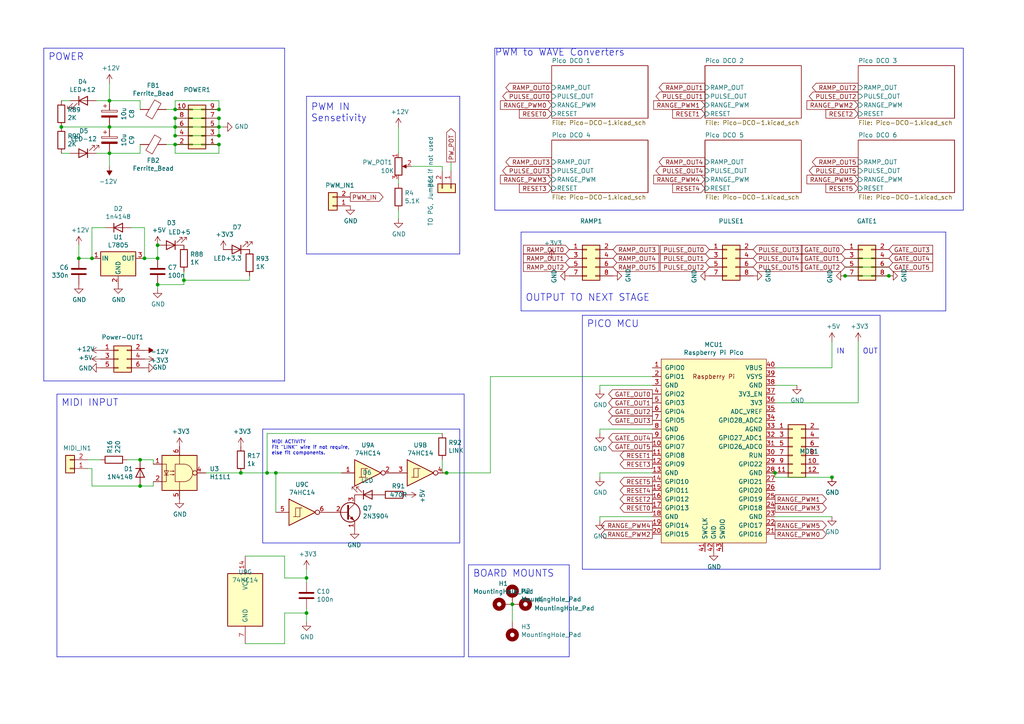
<source format=kicad_sch>
(kicad_sch (version 20230121) (generator eeschema)
  (paper "A4")
  (title_block (title "TwinTurbo Kosmo > Polykit Raspberry Pi Pico DCO") (date "2023-03-06") (rev "V0.1.1") (company "Tobin Stage ") (comment 1 "From the Original by Jan Knipper AKA PolyKit  https://github.com/polykit/pico-dco") (comment 2 "KOSMO-POLY6-PICO-DCO   https://github.com/twinturbo/KOSMO-POLY6-PICO-DCO"))
  (lib_symbols
    (symbol "74xx:74HC14" (pin_names (offset 1.016))
      (property "Reference" "U" (at 0 1.27 0))
      (property "Value" "74HC14" (at 0 -1.27 0))
      (symbol "74HC14_1_0"
        (pin input line (at -7.62 0 0) (length 3.81) (name "~") (number "1"))
        (pin output inverted (at 7.62 0 180) (length 3.81) (name "~") (number "2"))
      )
      (symbol "74HC14_2_0"
        (pin input line (at -7.62 0 0) (length 3.81) (name "~") (number "3"))
        (pin output inverted (at 7.62 0 180) (length 3.81) (name "~") (number "4"))
      )
      (symbol "74HC14_3_0"
        (pin input line (at -7.62 0 0) (length 3.81) (name "~") (number "5"))
        (pin output inverted (at 7.62 0 180) (length 3.81) (name "~") (number "6"))
      )
      (symbol "74HC14_4_0"
        (pin output inverted (at 7.62 0 180) (length 3.81) (name "~") (number "8"))
        (pin input line (at -7.62 0 0) (length 3.81) (name "~") (number "9"))
      )
      (symbol "74HC14_5_0"
        (pin output inverted (at 7.62 0 180) (length 3.81) (name "~") (number "10"))
        (pin input line (at -7.62 0 0) (length 3.81) (name "~") (number "11"))
      )
      (symbol "74HC14_6_0"
        (pin output inverted (at 7.62 0 180) (length 3.81) (name "~") (number "12"))
        (pin input line (at -7.62 0 0) (length 3.81) (name "~") (number "13"))
      )
      (symbol "74HC14_7_0"
        (pin power_in line (at 0 12.7 270) (length 5.08) (name "VCC") (number "14"))
        (pin power_in line (at 0 -12.7 90) (length 5.08) (name "GND") (number "7"))
      )
    )
    (symbol "Connector_Generic:Conn_01x02" (pin_names (offset 1.016) hide)
      (property "Reference" "J" (at 0 2.54 0))
      (property "Value" "Conn_01x02" (at 0 -5.08 0))
      (symbol "Conn_01x02_1_1"
        (pin passive line (at -5.08 0 0) (length 3.81) (name "Pin_1") (number "1"))
        (pin passive line (at -5.08 -2.54 0) (length 3.81) (name "Pin_2") (number "2"))
      )
    )
    (symbol "Connector_Generic:Conn_02x03_Odd_Even" (pin_names (offset 1.016) hide)
      (property "Reference" "J" (at 1.27 5.08 0))
      (property "Value" "Conn_02x03_Odd_Even" (at 1.27 -5.08 0))
      (symbol "Conn_02x03_Odd_Even_1_1"
        (pin passive line (at -5.08 2.54 0) (length 3.81) (name "Pin_1") (number "1"))
        (pin passive line (at 7.62 2.54 180) (length 3.81) (name "Pin_2") (number "2"))
        (pin passive line (at -5.08 0 0) (length 3.81) (name "Pin_3") (number "3"))
        (pin passive line (at 7.62 0 180) (length 3.81) (name "Pin_4") (number "4"))
        (pin passive line (at -5.08 -2.54 0) (length 3.81) (name "Pin_5") (number "5"))
        (pin passive line (at 7.62 -2.54 180) (length 3.81) (name "Pin_6") (number "6"))
      )
    )
    (symbol "Connector_Generic:Conn_02x04_Odd_Even" (pin_names (offset 1.016) hide)
      (property "Reference" "J" (at 1.27 5.08 0))
      (property "Value" "Conn_02x04_Odd_Even" (at 1.27 -7.62 0))
      (symbol "Conn_02x04_Odd_Even_1_1"
        (pin passive line (at -5.08 2.54 0) (length 3.81) (name "Pin_1") (number "1"))
        (pin passive line (at 7.62 2.54 180) (length 3.81) (name "Pin_2") (number "2"))
        (pin passive line (at -5.08 0 0) (length 3.81) (name "Pin_3") (number "3"))
        (pin passive line (at 7.62 0 180) (length 3.81) (name "Pin_4") (number "4"))
        (pin passive line (at -5.08 -2.54 0) (length 3.81) (name "Pin_5") (number "5"))
        (pin passive line (at 7.62 -2.54 180) (length 3.81) (name "Pin_6") (number "6"))
        (pin passive line (at -5.08 -5.08 0) (length 3.81) (name "Pin_7") (number "7"))
        (pin passive line (at 7.62 -5.08 180) (length 3.81) (name "Pin_8") (number "8"))
      )
    )
    (symbol "Connector_Generic:Conn_02x05_Odd_Even" (pin_names (offset 1.016) hide)
      (property "Reference" "J" (at 1.27 7.62 0))
      (property "Value" "Conn_02x05_Odd_Even" (at 1.27 -7.62 0))
      (symbol "Conn_02x05_Odd_Even_1_1"
        (pin passive line (at -5.08 5.08 0) (length 3.81) (name "Pin_1") (number "1"))
        (pin passive line (at 7.62 -5.08 180) (length 3.81) (name "Pin_10") (number "10"))
        (pin passive line (at 7.62 5.08 180) (length 3.81) (name "Pin_2") (number "2"))
        (pin passive line (at -5.08 2.54 0) (length 3.81) (name "Pin_3") (number "3"))
        (pin passive line (at 7.62 2.54 180) (length 3.81) (name "Pin_4") (number "4"))
        (pin passive line (at -5.08 0 0) (length 3.81) (name "Pin_5") (number "5"))
        (pin passive line (at 7.62 0 180) (length 3.81) (name "Pin_6") (number "6"))
        (pin passive line (at -5.08 -2.54 0) (length 3.81) (name "Pin_7") (number "7"))
        (pin passive line (at 7.62 -2.54 180) (length 3.81) (name "Pin_8") (number "8"))
        (pin passive line (at -5.08 -5.08 0) (length 3.81) (name "Pin_9") (number "9"))
      )
    )
    (symbol "Connector_Generic:Conn_02x06_Odd_Even" (pin_names (offset 1.016) hide)
      (property "Reference" "J" (at 1.27 7.62 0))
      (property "Value" "Conn_02x06_Odd_Even" (at 1.27 -10.16 0))
      (symbol "Conn_02x06_Odd_Even_1_1"
        (pin passive line (at -5.08 5.08 0) (length 3.81) (name "Pin_1") (number "1"))
        (pin passive line (at 7.62 -5.08 180) (length 3.81) (name "Pin_10") (number "10"))
        (pin passive line (at -5.08 -7.62 0) (length 3.81) (name "Pin_11") (number "11"))
        (pin passive line (at 7.62 -7.62 180) (length 3.81) (name "Pin_12") (number "12"))
        (pin passive line (at 7.62 5.08 180) (length 3.81) (name "Pin_2") (number "2"))
        (pin passive line (at -5.08 2.54 0) (length 3.81) (name "Pin_3") (number "3"))
        (pin passive line (at 7.62 2.54 180) (length 3.81) (name "Pin_4") (number "4"))
        (pin passive line (at -5.08 0 0) (length 3.81) (name "Pin_5") (number "5"))
        (pin passive line (at 7.62 0 180) (length 3.81) (name "Pin_6") (number "6"))
        (pin passive line (at -5.08 -2.54 0) (length 3.81) (name "Pin_7") (number "7"))
        (pin passive line (at 7.62 -2.54 180) (length 3.81) (name "Pin_8") (number "8"))
        (pin passive line (at -5.08 -5.08 0) (length 3.81) (name "Pin_9") (number "9"))
      )
    )
    (symbol "Device:C" (pin_numbers hide) (pin_names (offset 0.254))
      (property "Reference" "C" (at 0.635 2.54 0))
      (property "Value" "C" (at 0.635 -2.54 0))
      (symbol "C_1_1"
        (pin passive line (at 0 3.81 270) (length 2.794) (name "~") (number "1"))
        (pin passive line (at 0 -3.81 90) (length 2.794) (name "~") (number "2"))
      )
    )
    (symbol "Device:D" (pin_numbers hide) (pin_names (offset 1.016) hide)
      (property "Reference" "D" (at 0 2.54 0))
      (property "Value" "D" (at 0 -2.54 0))
      (symbol "D_1_1"
        (pin passive line (at -3.81 0 0) (length 2.54) (name "K") (number "1"))
        (pin passive line (at 3.81 0 180) (length 2.54) (name "A") (number "2"))
      )
    )
    (symbol "Device:LED" (pin_numbers hide) (pin_names (offset 1.016) hide)
      (property "Reference" "D" (at 0 2.54 0))
      (property "Value" "LED" (at 0 -2.54 0))
      (symbol "LED_1_1"
        (pin passive line (at -3.81 0 0) (length 2.54) (name "K") (number "1"))
        (pin passive line (at 3.81 0 180) (length 2.54) (name "A") (number "2"))
      )
    )
    (symbol "Device:R" (pin_numbers hide) (pin_names (offset 0))
      (property "Reference" "R" (at 2.032 0 90))
      (property "Value" "R" (at 0 0 90))
      (symbol "R_1_1"
        (pin passive line (at 0 3.81 270) (length 1.27) (name "~") (number "1"))
        (pin passive line (at 0 -3.81 90) (length 1.27) (name "~") (number "2"))
      )
    )
    (symbol "Device:R_Potentiometer" (pin_names (offset 1.016) hide)
      (property "Reference" "RV" (at -4.445 0 90))
      (property "Value" "R_Potentiometer" (at -2.54 0 90))
      (symbol "R_Potentiometer_1_1"
        (pin passive line (at 0 3.81 270) (length 1.27) (name "1") (number "1"))
        (pin passive line (at 3.81 0 180) (length 1.27) (name "2") (number "2"))
        (pin passive line (at 0 -3.81 90) (length 1.27) (name "3") (number "3"))
      )
    )
    (symbol "Diode:1N4148" (pin_numbers hide) (pin_names hide)
      (property "Reference" "D" (at 0 2.54 0))
      (property "Value" "1N4148" (at 0 -2.54 0))
      (symbol "1N4148_1_1"
        (pin passive line (at -3.81 0 0) (length 2.54) (name "K") (number "1"))
        (pin passive line (at 3.81 0 180) (length 2.54) (name "A") (number "2"))
      )
    )
    (symbol "Isolator:H11L1" (pin_names (offset 1.016))
      (property "Reference" "U" (at 1.27 8.89 0))
      (property "Value" "H11L1" (at 1.27 6.35 0))
      (symbol "H11L1_1_1"
        (pin passive line (at -7.62 2.54 0) (length 2.54) (name "~") (number "1"))
        (pin passive line (at -7.62 -2.54 0) (length 2.54) (name "~") (number "2"))
        (pin no_connect line (at -5.08 0 0) (length 2.54) hide (name "~") (number "3"))
        (pin output inverted (at 7.62 0 180) (length 3.81) (name "~") (number "4"))
        (pin power_in line (at 0 -7.62 90) (length 2.54) (name "~") (number "5"))
        (pin power_in line (at 0 7.62 270) (length 2.54) (name "~") (number "6"))
      )
    )
    (symbol "KOSMO-POLY6-PICO-DCO-MB-rescue:+3.3V-power" (power) (pin_names (offset 0))
      (property "Value" "+3.3V-power" (at 0 3.556 0))
      (symbol "+3.3V-power_1_1"
        (pin power_in line (at 0 0 90) (length 0) hide (name "+3V3") (number "1"))
      )
    )
    (symbol "KOSMO-POLY6-PICO-DCO-MB-rescue:CP-Device" (pin_numbers hide) (pin_names (offset 0.254))
      (property "Reference" "C" (at 0.635 2.54 0))
      (property "Value" "Device_CP" (at 0.635 -2.54 0))
      (symbol "CP-Device_1_1"
        (pin passive line (at 0 3.81 270) (length 2.794) (name "~") (number "1"))
        (pin passive line (at 0 -3.81 90) (length 2.794) (name "~") (number "2"))
      )
    )
    (symbol "KOSMO-POLY6-PICO-DCO-MB-rescue:Ferrite_Bead-Device" (pin_numbers hide) (pin_names (offset 0))
      (property "Reference" "FB" (at -3.81 0.635 90))
      (property "Value" "Device_Ferrite_Bead" (at 3.81 0 90))
      (symbol "Ferrite_Bead-Device_1_1"
        (pin passive line (at 0 3.81 270) (length 2.54) (name "~") (number "1"))
        (pin passive line (at 0 -3.81 90) (length 2.54) (name "~") (number "2"))
      )
    )
    (symbol "Mechanical:MountingHole_Pad" (pin_numbers hide) (pin_names (offset 1.016) hide)
      (property "Reference" "H" (at 0 6.35 0))
      (property "Value" "MountingHole_Pad" (at 0 4.445 0))
      (symbol "MountingHole_Pad_1_1"
        (pin input line (at 0 -2.54 90) (length 2.54) (name "1") (number "1"))
      )
    )
    (symbol "RPi_Pico:pico-dco-rescue_Pico-RPi_Pico" (pin_names (offset 1.016))
      (property "Reference" "U" (at -13.97 27.94 0))
      (property "Value" "pico-dco-rescue_Pico-RPi_Pico" (at 0 19.05 0))
      (symbol "pico-dco-rescue_Pico-RPi_Pico_0_0"
        (text "Raspberry Pi" (at 0 21.59 0) (effects (font (size 1.27 1.27))))
      )
      (symbol "pico-dco-rescue_Pico-RPi_Pico_1_1"
        (pin bidirectional line (at -17.78 24.13 0) (length 2.54) (name "GPIO0") (number "1"))
        (pin bidirectional line (at -17.78 1.27 0) (length 2.54) (name "GPIO7") (number "10"))
        (pin bidirectional line (at -17.78 -1.27 0) (length 2.54) (name "GPIO8") (number "11"))
        (pin bidirectional line (at -17.78 -3.81 0) (length 2.54) (name "GPIO9") (number "12"))
        (pin power_in line (at -17.78 -6.35 0) (length 2.54) (name "GND") (number "13"))
        (pin bidirectional line (at -17.78 -8.89 0) (length 2.54) (name "GPIO10") (number "14"))
        (pin bidirectional line (at -17.78 -11.43 0) (length 2.54) (name "GPIO11") (number "15"))
        (pin bidirectional line (at -17.78 -13.97 0) (length 2.54) (name "GPIO12") (number "16"))
        (pin bidirectional line (at -17.78 -16.51 0) (length 2.54) (name "GPIO13") (number "17"))
        (pin power_in line (at -17.78 -19.05 0) (length 2.54) (name "GND") (number "18"))
        (pin bidirectional line (at -17.78 -21.59 0) (length 2.54) (name "GPIO14") (number "19"))
        (pin bidirectional line (at -17.78 21.59 0) (length 2.54) (name "GPIO1") (number "2"))
        (pin bidirectional line (at -17.78 -24.13 0) (length 2.54) (name "GPIO15") (number "20"))
        (pin bidirectional line (at 17.78 -24.13 180) (length 2.54) (name "GPIO16") (number "21"))
        (pin bidirectional line (at 17.78 -21.59 180) (length 2.54) (name "GPIO17") (number "22"))
        (pin power_in line (at 17.78 -19.05 180) (length 2.54) (name "GND") (number "23"))
        (pin bidirectional line (at 17.78 -16.51 180) (length 2.54) (name "GPIO18") (number "24"))
        (pin bidirectional line (at 17.78 -13.97 180) (length 2.54) (name "GPIO19") (number "25"))
        (pin bidirectional line (at 17.78 -11.43 180) (length 2.54) (name "GPIO20") (number "26"))
        (pin bidirectional line (at 17.78 -8.89 180) (length 2.54) (name "GPIO21") (number "27"))
        (pin power_in line (at 17.78 -6.35 180) (length 2.54) (name "GND") (number "28"))
        (pin bidirectional line (at 17.78 -3.81 180) (length 2.54) (name "GPIO22") (number "29"))
        (pin power_in line (at -17.78 19.05 0) (length 2.54) (name "GND") (number "3"))
        (pin input line (at 17.78 -1.27 180) (length 2.54) (name "RUN") (number "30"))
        (pin bidirectional line (at 17.78 1.27 180) (length 2.54) (name "GPIO26_ADC0") (number "31"))
        (pin bidirectional line (at 17.78 3.81 180) (length 2.54) (name "GPIO27_ADC1") (number "32"))
        (pin power_in line (at 17.78 6.35 180) (length 2.54) (name "AGND") (number "33"))
        (pin bidirectional line (at 17.78 8.89 180) (length 2.54) (name "GPIO28_ADC2") (number "34"))
        (pin unspecified line (at 17.78 11.43 180) (length 2.54) (name "ADC_VREF") (number "35"))
        (pin unspecified line (at 17.78 13.97 180) (length 2.54) (name "3V3") (number "36"))
        (pin input line (at 17.78 16.51 180) (length 2.54) (name "3V3_EN") (number "37"))
        (pin bidirectional line (at 17.78 19.05 180) (length 2.54) (name "GND") (number "38"))
        (pin unspecified line (at 17.78 21.59 180) (length 2.54) (name "VSYS") (number "39"))
        (pin bidirectional line (at -17.78 16.51 0) (length 2.54) (name "GPIO2") (number "4"))
        (pin unspecified line (at 17.78 24.13 180) (length 2.54) (name "VBUS") (number "40"))
        (pin input line (at -2.54 -29.21 90) (length 2.54) (name "SWCLK") (number "41"))
        (pin power_in line (at 0 -29.21 90) (length 2.54) (name "GND") (number "42"))
        (pin bidirectional line (at 2.54 -29.21 90) (length 2.54) (name "SWDIO") (number "43"))
        (pin bidirectional line (at -17.78 13.97 0) (length 2.54) (name "GPIO3") (number "5"))
        (pin bidirectional line (at -17.78 11.43 0) (length 2.54) (name "GPIO4") (number "6"))
        (pin bidirectional line (at -17.78 8.89 0) (length 2.54) (name "GPIO5") (number "7"))
        (pin power_in line (at -17.78 6.35 0) (length 2.54) (name "GND") (number "8"))
        (pin bidirectional line (at -17.78 3.81 0) (length 2.54) (name "GPIO6") (number "9"))
      )
    )
    (symbol "Regulator_Linear:L7805" (pin_names (offset 0.254))
      (property "Reference" "U" (at -3.81 3.175 0))
      (property "Value" "L7805" (at 0 3.175 0))
      (symbol "L7805_1_1"
        (pin power_in line (at -7.62 0 0) (length 2.54) (name "IN") (number "1"))
        (pin power_in line (at 0 -7.62 90) (length 2.54) (name "GND") (number "2"))
        (pin power_out line (at 7.62 0 180) (length 2.54) (name "OUT") (number "3"))
      )
    )
    (symbol "Transistor_BJT:2N3904" (pin_names (offset 0) hide)
      (property "Reference" "Q" (at 5.08 1.905 0))
      (property "Value" "2N3904" (at 5.08 0 0))
      (symbol "2N3904_1_1"
        (pin passive line (at 2.54 -5.08 90) (length 2.54) (name "E") (number "1"))
        (pin passive line (at -5.08 0 0) (length 5.715) (name "B") (number "2"))
        (pin passive line (at 2.54 5.08 270) (length 2.54) (name "C") (number "3"))
      )
    )
    (symbol "power:+12V" (power) (pin_names (offset 0))
      (property "Value" "+12V" (at 0 3.556 0))
      (symbol "+12V_1_1"
        (pin power_in line (at 0 0 90) (length 0) hide (name "+12V") (number "1"))
      )
    )
    (symbol "power:+5V" (power) (pin_names (offset 0))
      (property "Value" "+5V" (at 0 3.556 0))
      (symbol "+5V_1_1"
        (pin power_in line (at 0 0 90) (length 0) hide (name "+5V") (number "1"))
      )
    )
    (symbol "power:-12V" (power) (pin_names (offset 0))
      (property "Value" "-12V" (at 0 3.81 0))
      (symbol "-12V_0_0"
        (pin power_in line (at 0 0 90) (length 0) hide (name "-12V") (number "1"))
      )
    )
    (symbol "power:GND" (power) (pin_names (offset 0))
      (property "Value" "GND" (at 0 -3.81 0))
      (symbol "GND_1_1"
        (pin power_in line (at 0 0 270) (length 0) hide (name "GND") (number "1"))
      )
    )
  )
  (junction (at 63.5 34.29))
  (junction (at 257.81 80.01))
  (junction (at 26.67 74.93))
  (junction (at 69.85 137.16))
  (junction (at 40.64 133.35))
  (junction (at 224.79 137.16))
  (junction (at 50.8 34.29))
  (junction (at 80.01 137.16))
  (junction (at 88.9 167.64))
  (junction (at 31.75 29.21))
  (junction (at 50.8 31.75))
  (junction (at 22.86 74.93))
  (junction (at 63.5 39.37))
  (junction (at 245.11 80.01))
  (junction (at 41.91 74.93))
  (junction (at 17.78 36.83))
  (junction (at 63.5 31.75))
  (junction (at 31.75 44.45))
  (junction (at 45.72 74.93))
  (junction (at 53.34 81.28))
  (junction (at 45.72 82.55))
  (junction (at 148.59 175.26))
  (junction (at 63.5 41.91))
  (junction (at 50.8 36.83))
  (junction (at 40.64 140.97))
  (junction (at 50.8 39.37))
  (junction (at 50.8 41.91))
  (junction (at 129.54 137.16))
  (junction (at 45.72 71.12))
  (junction (at 77.47 137.16))
  (junction (at 241.3 138.43))
  (junction (at 63.5 36.83))
  (junction (at 88.9 177.8))
  (junction (at 31.75 36.83))
  (wire (pts (xy 224.79 137.16) (xy 223.52 137.16)))
  (wire (pts (xy 44.45 139.7) (xy 44.45 140.97)))
  (wire (pts (xy 63.5 41.91) (xy 50.8 41.91)))
  (polyline (pts (xy 134.62 190.5) (xy 134.62 114.3)))
  (polyline (pts (xy 133.35 27.94) (xy 88.9 27.94)))
  (wire (pts (xy 44.45 133.35) (xy 40.64 133.35)))
  (wire (pts (xy 88.9 165.1) (xy 88.9 167.64)))
  (wire (pts (xy 50.8 36.83) (xy 31.75 36.83)))
  (wire (pts (xy 248.92 116.84) (xy 224.79 116.84)))
  (wire (pts (xy 72.39 81.28) (xy 72.39 80.01)))
  (polyline (pts (xy 16.51 190.5) (xy 134.62 190.5)))
  (wire (pts (xy 119.38 48.26) (xy 128.27 48.26)))
  (wire (pts (xy 173.99 124.46) (xy 173.99 125.73)))
  (polyline (pts (xy 151.13 67.31) (xy 274.32 67.31)))
  (polyline (pts (xy 133.35 124.46) (xy 133.35 157.48)))
  (polyline (pts (xy 151.13 90.17) (xy 151.13 67.31)))
  (wire (pts (xy 224.79 138.43) (xy 241.3 138.43)))
  (wire (pts (xy 241.3 99.06) (xy 241.3 106.68)))
  (polyline (pts (xy 168.91 91.44) (xy 168.91 165.1)))
  (polyline (pts (xy 12.7 110.49) (xy 82.55 110.49)))
  (polyline (pts (xy 82.55 110.49) (xy 82.55 13.97)))
  (wire (pts (xy 88.9 177.8) (xy 82.55 177.8)))
  (wire (pts (xy 128.27 137.16) (xy 129.54 137.16)))
  (wire (pts (xy 82.55 161.29) (xy 82.55 167.64)))
  (wire (pts (xy 40.64 44.45) (xy 40.64 41.91)))
  (wire (pts (xy 45.72 82.55) (xy 53.34 82.55)))
  (wire (pts (xy 82.55 186.69) (xy 71.12 186.69)))
  (wire (pts (xy 173.99 111.76) (xy 173.99 113.03)))
  (wire (pts (xy 31.75 24.13) (xy 31.75 29.21)))
  (wire (pts (xy 50.8 29.21) (xy 63.5 29.21)))
  (wire (pts (xy 63.5 44.45) (xy 63.5 41.91)))
  (polyline (pts (xy 274.32 90.17) (xy 151.13 90.17)))
  (wire (pts (xy 31.75 44.45) (xy 40.64 44.45)))
  (wire (pts (xy 257.81 80.01) (xy 245.11 80.01)))
  (wire (pts (xy 189.23 149.86) (xy 173.99 149.86)))
  (wire (pts (xy 173.99 137.16) (xy 173.99 138.43)))
  (wire (pts (xy 40.64 29.21) (xy 40.64 31.75)))
  (polyline (pts (xy 134.62 114.3) (xy 16.51 114.3)))
  (wire (pts (xy 50.8 31.75) (xy 48.26 31.75)))
  (wire (pts (xy 27.94 29.21) (xy 31.75 29.21)))
  (wire (pts (xy 31.75 29.21) (xy 40.64 29.21)))
  (wire (pts (xy 26.67 140.97) (xy 40.64 140.97)))
  (wire (pts (xy 224.79 111.76) (xy 231.14 111.76)))
  (polyline (pts (xy 88.9 27.94) (xy 88.9 73.66)))
  (polyline (pts (xy 165.1 163.83) (xy 135.89 163.83)))
  (wire (pts (xy 88.9 176.53) (xy 88.9 177.8)))
  (wire (pts (xy 41.91 66.04) (xy 41.91 74.93)))
  (polyline (pts (xy 274.32 67.31) (xy 274.32 90.17)))
  (wire (pts (xy 22.86 71.12) (xy 22.86 74.93)))
  (wire (pts (xy 50.8 34.29) (xy 63.5 34.29)))
  (wire (pts (xy 17.78 44.45) (xy 20.32 44.45)))
  (wire (pts (xy 63.5 29.21) (xy 63.5 31.75)))
  (wire (pts (xy 248.92 99.06) (xy 248.92 116.84)))
  (wire (pts (xy 88.9 167.64) (xy 88.9 168.91)))
  (wire (pts (xy 189.23 124.46) (xy 173.99 124.46)))
  (polyline (pts (xy 143.51 60.96) (xy 279.4 60.96)))
  (wire (pts (xy 130.81 46.99) (xy 130.81 49.53)))
  (wire (pts (xy 77.47 137.16) (xy 77.47 125.73)))
  (wire (pts (xy 80.01 137.16) (xy 80.01 148.59)))
  (polyline (pts (xy 12.7 13.97) (xy 12.7 110.49)))
  (wire (pts (xy 82.55 167.64) (xy 88.9 167.64)))
  (wire (pts (xy 44.45 140.97) (xy 40.64 140.97)))
  (wire (pts (xy 173.99 149.86) (xy 173.99 151.13)))
  (polyline (pts (xy 76.2 157.48) (xy 76.2 124.46)))
  (wire (pts (xy 59.69 137.16) (xy 69.85 137.16)))
  (polyline (pts (xy 143.51 13.97) (xy 143.51 60.96)))
  (wire (pts (xy 53.34 81.28) (xy 72.39 81.28)))
  (wire (pts (xy 40.64 133.35) (xy 36.83 133.35)))
  (wire (pts (xy 115.57 60.96) (xy 115.57 63.5)))
  (wire (pts (xy 50.8 34.29) (xy 50.8 36.83)))
  (wire (pts (xy 128.27 48.26) (xy 128.27 49.53)))
  (polyline (pts (xy 133.35 73.66) (xy 133.35 27.94)))
  (wire (pts (xy 77.47 125.73) (xy 128.27 125.73)))
  (wire (pts (xy 26.67 135.89) (xy 26.67 140.97)))
  (polyline (pts (xy 135.89 190.5) (xy 165.1 190.5)))
  (wire (pts (xy 50.8 31.75) (xy 50.8 29.21)))
  (wire (pts (xy 63.5 36.83) (xy 63.5 39.37)))
  (wire (pts (xy 80.01 137.16) (xy 99.06 137.16)))
  (wire (pts (xy 63.5 36.83) (xy 64.77 36.83)))
  (wire (pts (xy 53.34 82.55) (xy 53.34 81.28)))
  (polyline (pts (xy 133.35 157.48) (xy 76.2 157.48)))
  (polyline (pts (xy 16.51 114.3) (xy 16.51 190.5)))
  (polyline (pts (xy 168.91 165.1) (xy 255.27 165.1)))
  (wire (pts (xy 45.72 71.12) (xy 45.72 74.93)))
  (wire (pts (xy 148.59 175.26) (xy 148.59 180.34)))
  (wire (pts (xy 71.12 161.29) (xy 82.55 161.29)))
  (wire (pts (xy 69.85 137.16) (xy 77.47 137.16)))
  (wire (pts (xy 224.79 106.68) (xy 241.3 106.68)))
  (wire (pts (xy 45.72 82.55) (xy 45.72 83.82)))
  (wire (pts (xy 189.23 111.76) (xy 173.99 111.76)))
  (wire (pts (xy 44.45 134.62) (xy 44.45 133.35)))
  (wire (pts (xy 115.57 53.34) (xy 115.57 52.07)))
  (wire (pts (xy 53.34 81.28) (xy 53.34 78.74)))
  (polyline (pts (xy 82.55 13.97) (xy 12.7 13.97)))
  (wire (pts (xy 63.5 34.29) (xy 63.5 36.83)))
  (wire (pts (xy 142.24 109.22) (xy 142.24 137.16)))
  (wire (pts (xy 142.24 137.16) (xy 129.54 137.16)))
  (wire (pts (xy 27.94 44.45) (xy 31.75 44.45)))
  (polyline (pts (xy 255.27 165.1) (xy 255.27 91.44)))
  (wire (pts (xy 20.32 29.21) (xy 17.78 29.21)))
  (wire (pts (xy 88.9 177.8) (xy 88.9 180.34)))
  (wire (pts (xy 82.55 177.8) (xy 82.55 186.69)))
  (wire (pts (xy 189.23 137.16) (xy 173.99 137.16)))
  (wire (pts (xy 50.8 31.75) (xy 63.5 31.75)))
  (wire (pts (xy 38.1 66.04) (xy 41.91 66.04)))
  (wire (pts (xy 224.79 149.86) (xy 241.3 149.86)))
  (wire (pts (xy 115.57 36.83) (xy 115.57 44.45)))
  (wire (pts (xy 45.72 74.93) (xy 41.91 74.93)))
  (polyline (pts (xy 143.51 13.97) (xy 279.4 13.97)))
  (polyline (pts (xy 168.91 91.44) (xy 255.27 91.44)))
  (wire (pts (xy 128.27 133.35) (xy 128.27 137.16)))
  (wire (pts (xy 31.75 48.26) (xy 31.75 44.45)))
  (wire (pts (xy 17.78 36.83) (xy 31.75 36.83)))
  (wire (pts (xy 245.11 77.47) (xy 257.81 77.47)))
  (wire (pts (xy 50.8 41.91) (xy 50.8 44.45)))
  (wire (pts (xy 257.81 74.93) (xy 245.11 74.93)))
  (wire (pts (xy 25.4 133.35) (xy 29.21 133.35)))
  (wire (pts (xy 50.8 36.83) (xy 63.5 36.83)))
  (wire (pts (xy 25.4 135.89) (xy 26.67 135.89)))
  (wire (pts (xy 50.8 39.37) (xy 63.5 39.37)))
  (polyline (pts (xy 165.1 190.5) (xy 165.1 163.83)))
  (wire (pts (xy 26.67 66.04) (xy 26.67 74.93)))
  (polyline (pts (xy 135.89 163.83) (xy 135.89 190.5)))
  (polyline (pts (xy 279.4 13.97) (xy 279.4 60.96)))
  (wire (pts (xy 189.23 109.22) (xy 142.24 109.22)))
  (wire (pts (xy 224.79 137.16) (xy 224.79 138.43)))
  (wire (pts (xy 50.8 36.83) (xy 50.8 39.37)))
  (polyline (pts (xy 76.2 124.46) (xy 133.35 124.46)))
  (wire (pts (xy 77.47 137.16) (xy 80.01 137.16)))
  (wire (pts (xy 30.48 66.04) (xy 26.67 66.04)))
  (wire (pts (xy 50.8 44.45) (xy 63.5 44.45)))
  (polyline (pts (xy 88.9 73.66) (xy 133.35 73.66)))
  (wire (pts (xy 26.67 74.93) (xy 22.86 74.93)))
  (wire (pts (xy 50.8 41.91) (xy 48.26 41.91)))
  (text "POWER" (at 13.97 17.78 0) (effects (font (size 2.0066 2.0066)) (justify left bottom)))
  (text "PICO MCU" (at 170.18 95.25 0) (effects (font (size 2.0066 2.0066)) (justify left bottom)))
  (text "OUT" (at 250.19 102.87 0) (effects (font (size 1.4986 1.4986)) (justify left bottom)))
  (text "IN" (at 242.57 102.87 0) (effects (font (size 1.4986 1.4986)) (justify left bottom)))
  (text "PWM to WAVE Converters" (at 143.51 16.51 0) (effects (font (size 2.0066 2.0066)) (justify left bottom)))
  (text "MIDI ACTIVITY\nFit \"LINK\" wire if not require, \nelse fit components." (at 78.74 132.08 0) (effects (font (size 0.9906 0.9906)) (justify left bottom)))
  (text "BOARD MOUNTS" (at 137.16 167.64 0) (effects (font (size 2.0066 2.0066)) (justify left bottom)))
  (text "PWM IN\nSensetivity" (at 90.17 35.56 0) (effects (font (size 2.0066 2.0066)) (justify left bottom)))
  (text "MIDI INPUT" (at 17.78 118.11 0) (effects (font (size 2.0066 2.0066)) (justify left bottom)))
  (text "OUTPUT TO NEXT STAGE" (at 152.4 87.63 0) (effects (font (size 2.0066 2.0066)) (justify left bottom)))
  (global_label "RESET0" (shape input) (at 160.02 33.02 180) (property "Intersheetrefs" "${INTERSHEET_REFS}" (effects hide)))
  (global_label "RANGE_PWM1" (shape output) (at 224.79 144.78 0) (property "Intersheetrefs" "${INTERSHEET_REFS}" (effects hide)))
  (global_label "RAMP_OUT4" (shape output) (at 204.47 46.99 180) (property "Intersheetrefs" "${INTERSHEET_REFS}" (effects hide)))
  (global_label "RAMP_OUT2" (shape output) (at 248.92 25.4 180) (property "Intersheetrefs" "${INTERSHEET_REFS}" (effects hide)))
  (global_label "RANGE_PWM0" (shape output) (at 224.79 154.94 0) (property "Intersheetrefs" "${INTERSHEET_REFS}" (effects hide)))
  (global_label "PULSE_OUT4" (shape output) (at 204.47 49.53 180) (property "Intersheetrefs" "${INTERSHEET_REFS}" (effects hide)))
  (global_label "GATE_OUT0" (shape output) (at 189.23 114.3 180) (property "Intersheetrefs" "${INTERSHEET_REFS}" (effects hide)))
  (global_label "RESET1" (shape output) (at 189.23 132.08 180) (property "Intersheetrefs" "${INTERSHEET_REFS}" (effects hide)))
  (global_label "RAMP_OUT3" (shape output) (at 160.02 46.99 180) (property "Intersheetrefs" "${INTERSHEET_REFS}" (effects hide)))
  (global_label "GATE_OUT3" (shape output) (at 189.23 121.92 180) (property "Intersheetrefs" "${INTERSHEET_REFS}" (effects hide)))
  (global_label "RANGE_PWM3" (shape output) (at 224.79 147.32 0) (property "Intersheetrefs" "${INTERSHEET_REFS}" (effects hide)))
  (global_label "PULSE_OUT4" (shape input) (at 218.44 74.93 0) (property "Intersheetrefs" "${INTERSHEET_REFS}" (effects hide)))
  (global_label "GATE_OUT5" (shape input) (at 257.81 77.47 0) (property "Intersheetrefs" "${INTERSHEET_REFS}" (effects hide)))
  (global_label "PULSE_OUT1" (shape input) (at 205.74 74.93 180) (property "Intersheetrefs" "${INTERSHEET_REFS}" (effects hide)))
  (global_label "RANGE_PWM4" (shape output) (at 189.23 152.4 180) (property "Intersheetrefs" "${INTERSHEET_REFS}" (effects hide)))
  (global_label "RANGE_PWM2" (shape output) (at 189.23 154.94 180) (property "Intersheetrefs" "${INTERSHEET_REFS}" (effects hide)))
  (global_label "GATE_OUT5" (shape output) (at 189.23 129.54 180) (property "Intersheetrefs" "${INTERSHEET_REFS}" (effects hide)))
  (global_label "RAMP_OUT4" (shape input) (at 177.8 74.93 0) (property "Intersheetrefs" "${INTERSHEET_REFS}" (effects hide)))
  (global_label "RAMP_OUT5" (shape input) (at 177.8 77.47 0) (property "Intersheetrefs" "${INTERSHEET_REFS}" (effects hide)))
  (global_label "GATE_OUT2" (shape input) (at 245.11 77.47 180) (property "Intersheetrefs" "${INTERSHEET_REFS}" (effects hide)))
  (global_label "RESET4" (shape output) (at 189.23 142.24 180) (property "Intersheetrefs" "${INTERSHEET_REFS}" (effects hide)))
  (global_label "RAMP_OUT2" (shape input) (at 165.1 77.47 180) (property "Intersheetrefs" "${INTERSHEET_REFS}" (effects hide)))
  (global_label "PULSE_OUT0" (shape input) (at 205.74 72.39 180) (property "Intersheetrefs" "${INTERSHEET_REFS}" (effects hide)))
  (global_label "RESET2" (shape input) (at 248.92 33.02 180) (property "Intersheetrefs" "${INTERSHEET_REFS}" (effects hide)))
  (global_label "RANGE_PWM3" (shape input) (at 160.02 52.07 180) (property "Intersheetrefs" "${INTERSHEET_REFS}" (effects hide)))
  (global_label "PULSE_OUT1" (shape output) (at 204.47 27.94 180) (property "Intersheetrefs" "${INTERSHEET_REFS}" (effects hide)))
  (global_label "PWM_IN" (shape output) (at 101.6 57.15 0) (property "Intersheetrefs" "${INTERSHEET_REFS}" (effects hide)))
  (global_label "RESET3" (shape output) (at 189.23 134.62 180) (property "Intersheetrefs" "${INTERSHEET_REFS}" (effects hide)))
  (global_label "RESET1" (shape input) (at 204.47 33.02 180) (property "Intersheetrefs" "${INTERSHEET_REFS}" (effects hide)))
  (global_label "RANGE_PWM4" (shape input) (at 204.47 52.07 180) (property "Intersheetrefs" "${INTERSHEET_REFS}" (effects hide)))
  (global_label "PULSE_OUT3" (shape input) (at 218.44 72.39 0) (property "Intersheetrefs" "${INTERSHEET_REFS}" (effects hide)))
  (global_label "GATE_OUT2" (shape output) (at 189.23 119.38 180) (property "Intersheetrefs" "${INTERSHEET_REFS}" (effects hide)))
  (global_label "RAMP_OUT1" (shape output) (at 204.47 25.4 180) (property "Intersheetrefs" "${INTERSHEET_REFS}" (effects hide)))
  (global_label "RANGE_PWM5" (shape input) (at 248.92 52.07 180) (property "Intersheetrefs" "${INTERSHEET_REFS}" (effects hide)))
  (global_label "RESET2" (shape output) (at 189.23 144.78 180) (property "Intersheetrefs" "${INTERSHEET_REFS}" (effects hide)))
  (global_label "RANGE_PWM0" (shape input) (at 160.02 30.48 180) (property "Intersheetrefs" "${INTERSHEET_REFS}" (effects hide)))
  (global_label "GATE_OUT4" (shape input) (at 257.81 74.93 0) (property "Intersheetrefs" "${INTERSHEET_REFS}" (effects hide)))
  (global_label "RAMP_OUT1" (shape input) (at 165.1 74.93 180) (property "Intersheetrefs" "${INTERSHEET_REFS}" (effects hide)))
  (global_label "PULSE_OUT2" (shape input) (at 205.74 77.47 180) (property "Intersheetrefs" "${INTERSHEET_REFS}" (effects hide)))
  (global_label "RANGE_PWM1" (shape input) (at 204.47 30.48 180) (property "Intersheetrefs" "${INTERSHEET_REFS}" (effects hide)))
  (global_label "PULSE_OUT0" (shape output) (at 160.02 27.94 180) (property "Intersheetrefs" "${INTERSHEET_REFS}" (effects hide)))
  (global_label "RANGE_PWM2" (shape input) (at 248.92 30.48 180) (property "Intersheetrefs" "${INTERSHEET_REFS}" (effects hide)))
  (global_label "RANGE_PWM5" (shape output) (at 224.79 152.4 0) (property "Intersheetrefs" "${INTERSHEET_REFS}" (effects hide)))
  (global_label "RAMP_OUT5" (shape output) (at 248.92 46.99 180) (property "Intersheetrefs" "${INTERSHEET_REFS}" (effects hide)))
  (global_label "RAMP_OUT3" (shape input) (at 177.8 72.39 0) (property "Intersheetrefs" "${INTERSHEET_REFS}" (effects hide)))
  (global_label "PULSE_OUT5" (shape output) (at 248.92 49.53 180) (property "Intersheetrefs" "${INTERSHEET_REFS}" (effects hide)))
  (global_label "PULSE_OUT3" (shape output) (at 160.02 49.53 180) (property "Intersheetrefs" "${INTERSHEET_REFS}" (effects hide)))
  (global_label "PW_POT" (shape output) (at 130.81 46.99 90) (property "Intersheetrefs" "${INTERSHEET_REFS}" (effects hide)))
  (global_label "RAMP_OUT0" (shape input) (at 165.1 72.39 180) (property "Intersheetrefs" "${INTERSHEET_REFS}" (effects hide)))
  (global_label "RESET5" (shape output) (at 189.23 139.7 180) (property "Intersheetrefs" "${INTERSHEET_REFS}" (effects hide)))
  (global_label "RAMP_OUT0" (shape output) (at 160.02 25.4 180) (property "Intersheetrefs" "${INTERSHEET_REFS}" (effects hide)))
  (global_label "GATE_OUT1" (shape input) (at 245.11 74.93 180) (property "Intersheetrefs" "${INTERSHEET_REFS}" (effects hide)))
  (global_label "GATE_OUT4" (shape output) (at 189.23 127 180) (property "Intersheetrefs" "${INTERSHEET_REFS}" (effects hide)))
  (global_label "RESET5" (shape input) (at 248.92 54.61 180) (property "Intersheetrefs" "${INTERSHEET_REFS}" (effects hide)))
  (global_label "PULSE_OUT2" (shape output) (at 248.92 27.94 180) (property "Intersheetrefs" "${INTERSHEET_REFS}" (effects hide)))
  (global_label "RESET3" (shape input) (at 160.02 54.61 180) (property "Intersheetrefs" "${INTERSHEET_REFS}" (effects hide)))
  (global_label "RESET0" (shape output) (at 189.23 147.32 180) (property "Intersheetrefs" "${INTERSHEET_REFS}" (effects hide)))
  (global_label "GATE_OUT3" (shape input) (at 257.81 72.39 0) (property "Intersheetrefs" "${INTERSHEET_REFS}" (effects hide)))
  (global_label "GATE_OUT1" (shape output) (at 189.23 116.84 180) (property "Intersheetrefs" "${INTERSHEET_REFS}" (effects hide)))
  (global_label "RESET4" (shape input) (at 204.47 54.61 180) (property "Intersheetrefs" "${INTERSHEET_REFS}" (effects hide)))
  (global_label "GATE_OUT0" (shape input) (at 245.11 72.39 180) (property "Intersheetrefs" "${INTERSHEET_REFS}" (effects hide)))
  (global_label "PULSE_OUT5" (shape input) (at 218.44 77.47 0) (property "Intersheetrefs" "${INTERSHEET_REFS}" (effects hide)))
  (symbol (lib_id "RPi_Pico:pico-dco-rescue_Pico-RPi_Pico") (at 207.01 130.81 0) (unit 1)
    (property "Reference" "MCU1" (at 207.01 99.949 0))
    (property "Value" "Raspberry Pi Pico" (at 207.01 102.2604 0))
    (property "Footprint" "GITS:RPi_Pico_SMD_TH" (effects hide))
  )
  (symbol (lib_id "power:GND") (at 231.14 111.76 0) (unit 1)
    (property "Reference" "#PWR0101" (effects hide))
    (property "Value" "GND" (at 231.267 116.1542 0))
  )
  (symbol (lib_id "power:+5V") (at 241.3 99.06 0) (unit 1)
    (property "Reference" "#PWR0102" (effects hide))
    (property "Value" "+5V" (at 241.681 94.6658 0))
  )
  (symbol (lib_id "power:GND") (at 29.21 106.68 270) (unit 1)
    (property "Reference" "#PWR0108" (effects hide))
    (property "Value" "GND" (at 24.8158 106.807 90))
  )
  (symbol (lib_id "Device:R_Potentiometer") (at 115.57 48.26 0) (unit 1)
    (property "Reference" "PW_POT1" (at 113.792 47.0916 0) (effects (justify right)))
    (property "Value" "10K" (at 114.3 49.53 0) (effects (justify right)))
    (property "Footprint" "AA-ROB-FULL:Potentiometer_Alps_RK09K_Single_Vertical" (effects hide))
  )
  (symbol (lib_id "Device:R") (at 115.57 57.15 180) (unit 1)
    (property "Reference" "R4" (at 117.348 55.9816 0) (effects (justify right)))
    (property "Value" "5.1K" (at 117.348 58.293 0) (effects (justify right)))
    (property "Footprint" "Resistor_THT:R_Axial_DIN0207_L6.3mm_D2.5mm_P2.54mm_Vertical" (effects hide))
  )
  (symbol (lib_id "Isolator:H11L1") (at 52.07 137.16 0) (unit 1)
    (property "Reference" "U3" (at 60.8076 135.9916 0) (effects (justify left)))
    (property "Value" "H11L1" (at 60.8076 138.303 0) (effects (justify left)))
    (property "Footprint" "Package_DIP:DIP-6_W7.62mm_Socket_LongPads" (effects hide))
    (property "Datasheet" "https://www.onsemi.com/pub/Collateral/H11L3M-D.PDF" (effects hide))
  )
  (symbol (lib_id "power:GND") (at 52.07 144.78 0) (unit 1)
    (property "Reference" "#PWR0122" (effects hide))
    (property "Value" "GND" (at 52.197 149.1742 0))
  )
  (symbol (lib_id "KOSMO-POLY6-PICO-DCO-MB-rescue:+3.3V-power") (at 248.92 99.06 0) (unit 1)
    (property "Reference" "#PWR0123" (effects hide))
    (property "Value" "+3.3V" (at 249.301 94.6658 0))
  )
  (symbol (lib_id "KOSMO-POLY6-PICO-DCO-MB-rescue:+3.3V-power") (at 52.07 129.54 0) (unit 1)
    (property "Reference" "#PWR0124" (effects hide))
    (property "Value" "+3.3V" (at 52.451 125.1458 0))
  )
  (symbol (lib_id "Diode:1N4148") (at 40.64 137.16 270) (unit 1)
    (property "Reference" "D1" (at 38.608 135.9916 90) (effects (justify right)))
    (property "Value" "1N4148" (at 38.608 138.303 90) (effects (justify right)))
    (property "Footprint" "Diode_THT:D_DO-35_SOD27_P7.62mm_Horizontal" (effects hide))
    (property "Datasheet" "https://assets.nexperia.com/documents/data-sheet/1N4148_1N4448.pdf" (effects hide))
  )
  (symbol (lib_id "Device:R") (at 33.02 133.35 270) (unit 1)
    (property "Reference" "R16" (at 31.8516 131.572 0) (effects (justify right)))
    (property "Value" "220" (at 34.163 131.572 0) (effects (justify right)))
    (property "Footprint" "Resistor_THT:R_Axial_DIN0207_L6.3mm_D2.5mm_P2.54mm_Vertical" (effects hide))
  )
  (symbol (lib_id "Device:R") (at 69.85 133.35 0) (unit 1)
    (property "Reference" "R17" (at 71.628 132.1816 0) (effects (justify left)))
    (property "Value" "1k" (at 71.628 134.493 0) (effects (justify left)))
    (property "Footprint" "Resistor_THT:R_Axial_DIN0207_L6.3mm_D2.5mm_P2.54mm_Vertical" (effects hide))
  )
  (symbol (lib_id "KOSMO-POLY6-PICO-DCO-MB-rescue:+3.3V-power") (at 69.85 129.54 0) (unit 1)
    (property "Reference" "#PWR0125" (effects hide))
    (property "Value" "+3.3V" (at 70.231 125.1458 0))
  )
  (symbol (lib_id "Device:C") (at 88.9 172.72 0) (unit 1)
    (property "Reference" "C10" (at 91.821 171.5516 0) (effects (justify left)))
    (property "Value" "100n" (at 91.821 173.863 0) (effects (justify left)))
    (property "Footprint" "Capacitor_THT:C_Rect_L7.2mm_W4.5mm_P5.00mm_FKS2_FKP2_MKS2_MKP2" (effects hide))
  )
  (symbol (lib_id "KOSMO-POLY6-PICO-DCO-MB-rescue:+3.3V-power") (at 88.9 165.1 0) (unit 1)
    (property "Reference" "#PWR0126" (effects hide))
    (property "Value" "+3.3V" (at 89.281 160.7058 0))
  )
  (symbol (lib_id "power:GND") (at 88.9 180.34 0) (unit 1)
    (property "Reference" "#PWR0127" (effects hide))
    (property "Value" "GND" (at 89.027 184.7342 0))
  )
  (symbol (lib_id "power:GND") (at 34.29 82.55 0) (unit 1)
    (property "Reference" "#PWR0114" (effects hide))
    (property "Value" "GND" (at 34.417 86.9442 0))
  )
  (symbol (lib_id "power:+5V") (at 45.72 71.12 0) (unit 1)
    (property "Reference" "#PWR0116" (effects hide))
    (property "Value" "+5V" (at 46.101 66.7258 0))
  )
  (symbol (lib_id "Device:C") (at 22.86 78.74 180) (unit 1)
    (property "Reference" "C6" (at 19.939 77.5716 0) (effects (justify left)))
    (property "Value" "330n" (at 19.939 79.883 0) (effects (justify left)))
    (property "Footprint" "Capacitor_THT:C_Rect_L7.2mm_W4.5mm_P5.00mm_FKS2_FKP2_MKS2_MKP2" (effects hide))
  )
  (symbol (lib_id "Device:C") (at 45.72 78.74 0) (unit 1)
    (property "Reference" "C7" (at 48.641 77.5716 0) (effects (justify left)))
    (property "Value" "100n" (at 48.641 79.883 0) (effects (justify left)))
    (property "Footprint" "Capacitor_THT:C_Rect_L7.2mm_W4.5mm_P5.00mm_FKS2_FKP2_MKS2_MKP2" (effects hide))
  )
  (symbol (lib_id "power:GND") (at 45.72 83.82 0) (unit 1)
    (property "Reference" "#PWR0117" (effects hide))
    (property "Value" "GND" (at 45.847 88.2142 0))
  )
  (symbol (lib_id "power:GND") (at 22.86 82.55 0) (unit 1)
    (property "Reference" "#PWR0118" (effects hide))
    (property "Value" "GND" (at 22.987 86.9442 0))
  )
  (symbol (lib_id "Connector_Generic:Conn_02x06_Odd_Even") (at 229.87 129.54 0) (unit 1)
    (property "Reference" "MOD1" (at 231.902 130.9116 0) (effects (justify left)))
    (property "Value" "Conn_01x10" (effects hide))
    (property "Footprint" "Connector_IDC:IDC-Header_2x06_P2.54mm_Vertical" (effects hide))
  )
  (symbol (lib_id "Regulator_Linear:L7805") (at 34.29 74.93 0) (unit 1)
    (property "Reference" "U1" (at 34.29 68.7832 0))
    (property "Value" "L7805" (at 34.29 71.0946 0))
    (property "Footprint" "Package_TO_SOT_THT:TO-220-3_Vertical" (effects hide))
    (property "Datasheet" "http://www.st.com/content/ccc/resource/technical/document/datasheet/41/4f/b3/b0/12/d4/47/88/CD00000444.pdf/files/CD00000444.pdf/jcr:content/translations/en.CD00000444.pdf" (effects hide))
  )
  (symbol (lib_id "power:GND") (at 207.01 160.02 0) (unit 1)
    (property "Reference" "#PWR05" (effects hide))
    (property "Value" "GND" (at 207.137 164.4142 0))
  )
  (symbol (lib_id "power:GND") (at 241.3 149.86 0) (unit 1)
    (property "Reference" "#PWR08" (effects hide))
    (property "Value" "GND" (at 241.427 154.2542 0))
  )
  (symbol (lib_id "power:GND") (at 173.99 113.03 0) (unit 1)
    (property "Reference" "#PWR01" (effects hide))
    (property "Value" "GND" (at 174.117 117.4242 0))
  )
  (symbol (lib_id "power:GND") (at 173.99 138.43 0) (unit 1)
    (property "Reference" "#PWR03" (effects hide))
    (property "Value" "GND" (at 174.117 142.8242 0))
  )
  (symbol (lib_id "power:GND") (at 173.99 125.73 0) (unit 1)
    (property "Reference" "#PWR02" (effects hide))
    (property "Value" "GND" (at 174.117 130.1242 0))
  )
  (symbol (lib_id "power:GND") (at 173.99 151.13 0) (unit 1)
    (property "Reference" "#PWR04" (effects hide))
    (property "Value" "GND" (at 174.117 155.5242 0))
  )
  (symbol (lib_id "power:GND") (at 241.3 138.43 0) (unit 1)
    (property "Reference" "#PWR06" (effects hide))
    (property "Value" "GND" (at 241.427 142.8242 0))
  )
  (symbol (lib_id "power:+12V") (at 22.86 71.12 0) (unit 1)
    (property "Reference" "#PWR0119" (effects hide))
    (property "Value" "+12V" (at 23.241 66.7258 0))
  )
  (symbol (lib_id "Connector_Generic:Conn_02x04_Odd_Even") (at 170.18 74.93 0) (unit 1)
    (property "Reference" "RAMP1" (at 171.45 64.135 0))
    (property "Value" "Conn_02x04_Odd_Even" (effects hide))
    (property "Footprint" "Connector_IDC:IDC-Header_2x04_P2.54mm_Vertical" (effects hide))
  )
  (symbol (lib_id "Connector_Generic:Conn_02x04_Odd_Even") (at 210.82 74.93 0) (unit 1)
    (property "Reference" "PULSE1" (at 212.09 64.135 0))
    (property "Value" "Conn_02x04_Odd_Even" (effects hide))
    (property "Footprint" "Connector_IDC:IDC-Header_2x04_P2.54mm_Vertical" (effects hide))
  )
  (symbol (lib_id "Connector_Generic:Conn_02x04_Odd_Even") (at 250.19 74.93 0) (unit 1)
    (property "Reference" "GATE1" (at 251.46 64.135 0))
    (property "Value" "Conn_02x04_Odd_Even" (effects hide))
    (property "Footprint" "Connector_IDC:IDC-Header_2x04_P2.54mm_Vertical" (effects hide))
  )
  (symbol (lib_id "power:GND") (at 241.3 138.43 0) (unit 1)
    (property "Reference" "#PWR07" (effects hide))
    (property "Value" "GND" (at 241.427 142.8242 0))
  )
  (symbol (lib_id "Connector_Generic:Conn_02x05_Odd_Even") (at 58.42 36.83 180) (unit 1)
    (property "Reference" "POWER1" (at 57.15 26.035 0))
    (property "Value" "Conn_02x05_Odd_Even" (effects hide))
    (property "Footprint" "Connector_IDC:IDC-Header_2x05_P2.54mm_Vertical" (effects hide))
  )
  (symbol (lib_id "KOSMO-POLY6-PICO-DCO-MB-rescue:Ferrite_Bead-Device") (at 44.45 41.91 270) (unit 1)
    (property "Reference" "FB2" (at 44.45 46.5328 90))
    (property "Value" "Ferrite_Bead" (at 44.45 48.8442 90))
    (property "Footprint" "Resistor_THT:R_Axial_DIN0207_L6.3mm_D2.5mm_P10.16mm_Horizontal" (effects hide))
  )
  (symbol (lib_id "KOSMO-POLY6-PICO-DCO-MB-rescue:Ferrite_Bead-Device") (at 44.45 31.75 270) (unit 1)
    (property "Reference" "FB1" (at 44.45 24.7904 90))
    (property "Value" "Ferrite_Bead" (at 44.45 27.1018 90))
    (property "Footprint" "Resistor_THT:R_Axial_DIN0207_L6.3mm_D2.5mm_P10.16mm_Horizontal" (effects hide))
  )
  (symbol (lib_id "KOSMO-POLY6-PICO-DCO-MB-rescue:CP-Device") (at 31.75 33.02 0) (unit 1)
    (property "Reference" "C8" (at 38.227 33.02 90))
    (property "Value" "10u" (at 35.9156 33.02 90))
    (property "Footprint" "Capacitor_THT:CP_Radial_D5.0mm_P2.00mm" (effects hide))
  )
  (symbol (lib_id "KOSMO-POLY6-PICO-DCO-MB-rescue:CP-Device") (at 31.75 40.64 0) (unit 1)
    (property "Reference" "C9" (at 38.227 40.64 90))
    (property "Value" "10u" (at 35.9156 40.64 90))
    (property "Footprint" "Capacitor_THT:CP_Radial_D5.0mm_P2.00mm" (effects hide))
  )
  (symbol (lib_id "power:+12V") (at 31.75 24.13 0) (unit 1)
    (property "Reference" "#PWR0109" (effects hide))
    (property "Value" "+12V" (at 32.131 19.7358 0))
  )
  (symbol (lib_id "power:-12V") (at 31.75 48.26 180) (unit 1)
    (property "Reference" "#PWR0112" (effects hide))
    (property "Value" "-12V" (at 31.369 52.6542 0))
  )
  (symbol (lib_id "Device:LED") (at 24.13 29.21 0) (unit 1)
    (property "Reference" "D4" (at 23.9522 23.6982 0))
    (property "Value" "LED+12" (at 23.9522 26.0096 0))
    (property "Footprint" "LED_THT:LED_D5.0mm" (effects hide))
  )
  (symbol (lib_id "Device:LED") (at 24.13 44.45 180) (unit 1)
    (property "Reference" "D5" (at 24.3078 37.973 0))
    (property "Value" "LED-12" (at 24.3078 40.2844 0))
    (property "Footprint" "LED_THT:LED_D5.0mm" (effects hide))
  )
  (symbol (lib_id "Device:R") (at 17.78 33.02 0) (unit 1)
    (property "Reference" "R89" (at 19.558 31.8516 0) (effects (justify left)))
    (property "Value" "2K" (at 19.558 34.163 0) (effects (justify left)))
    (property "Footprint" "Resistor_THT:R_Axial_DIN0207_L6.3mm_D2.5mm_P2.54mm_Vertical" (effects hide))
  )
  (symbol (lib_id "Device:R") (at 17.78 40.64 0) (unit 1)
    (property "Reference" "R90" (at 19.558 39.4716 0) (effects (justify left)))
    (property "Value" "2K" (at 19.558 41.783 0) (effects (justify left)))
    (property "Footprint" "Resistor_THT:R_Axial_DIN0207_L6.3mm_D2.5mm_P2.54mm_Vertical" (effects hide))
  )
  (symbol (lib_id "Mechanical:MountingHole_Pad") (at 148.59 172.72 0) (unit 1)
    (property "Reference" "H2" (at 151.13 171.4754 0) (effects (justify left)))
    (property "Value" "MountingHole_Pad" (at 151.13 173.7868 0) (effects (justify left)))
    (property "Footprint" "MountingHole:MountingHole_3.2mm_M3_DIN965_Pad" (effects hide))
  )
  (symbol (lib_id "Mechanical:MountingHole_Pad") (at 148.59 182.88 180) (unit 1)
    (property "Reference" "H3" (at 151.13 181.7878 0) (effects (justify right)))
    (property "Value" "MountingHole_Pad" (at 151.13 184.0992 0) (effects (justify right)))
    (property "Footprint" "MountingHole:MountingHole_3.2mm_M3_DIN965_Pad" (effects hide))
  )
  (symbol (lib_id "Mechanical:MountingHole_Pad") (at 146.05 175.26 90) (unit 1)
    (property "Reference" "H1" (at 145.9738 169.2402 90))
    (property "Value" "MountingHole_Pad" (at 145.9738 171.5516 90))
    (property "Footprint" "MountingHole:MountingHole_3.2mm_M3_DIN965_Pad" (effects hide))
  )
  (symbol (lib_id "Mechanical:MountingHole_Pad") (at 151.13 175.26 270) (unit 1)
    (property "Reference" "H4" (at 154.94 174.0916 90) (effects (justify left)))
    (property "Value" "MountingHole_Pad" (at 154.94 176.403 90) (effects (justify left)))
    (property "Footprint" "MountingHole:MountingHole_3.2mm_M3_DIN965_Pad" (effects hide))
  )
  (symbol (lib_id "power:GND") (at 101.6 59.69 0) (unit 1)
    (property "Reference" "#PWR0113" (effects hide))
    (property "Value" "GND" (at 101.727 64.0842 0))
  )
  (symbol (lib_id "Connector_Generic:Conn_01x02") (at 96.52 59.69 180) (unit 1)
    (property "Reference" "PWM_IN1" (at 98.6028 53.7718 0))
    (property "Value" "Conn_01x02" (effects hide))
    (property "Footprint" "Connector_Molex:Molex_KK-254_AE-6410-02A_1x02_P2.54mm_Vertical" (effects hide))
  )
  (symbol (lib_id "power:GND") (at 165.1 80.01 270) (unit 1)
    (property "Reference" "#PWR0176" (effects hide))
    (property "Value" "GND" (at 160.7058 80.137 0))
  )
  (symbol (lib_id "Connector_Generic:Conn_02x03_Odd_Even") (at 34.29 104.14 0) (unit 1)
    (property "Reference" "Power-OUT1" (at 35.56 97.79 0))
    (property "Value" "Conn_02x04_Odd_Even" (effects hide))
    (property "Footprint" "Connector_IDC:IDC-Header_2x03_P2.54mm_Vertical" (effects hide))
  )
  (symbol (lib_id "Connector_Generic:Conn_01x02") (at 20.32 135.89 180) (unit 1)
    (property "Reference" "MIDI_IN1" (at 22.4028 129.9718 0))
    (property "Value" "Conn_01x02" (effects hide))
    (property "Footprint" "Connector_Molex:Molex_KK-254_AE-6410-02A_1x02_P2.54mm_Vertical" (effects hide))
  )
  (symbol (lib_id "power:+12V") (at 29.21 101.6 90) (unit 1)
    (property "Reference" "#PWR0183" (effects hide))
    (property "Value" "+12V" (at 24.8158 101.219 90))
  )
  (symbol (lib_id "Device:LED") (at 68.58 72.39 180) (unit 1)
    (property "Reference" "D7" (at 68.7578 65.913 0))
    (property "Value" "LED+3.3" (at 66.04 74.93 0))
    (property "Footprint" "LED_THT:LED_D5.0mm" (effects hide))
  )
  (symbol (lib_id "Device:R") (at 72.39 76.2 0) (unit 1)
    (property "Reference" "R93" (at 74.168 75.0316 0) (effects (justify left)))
    (property "Value" "1K" (at 74.168 77.343 0) (effects (justify left)))
    (property "Footprint" "Resistor_THT:R_Axial_DIN0207_L6.3mm_D2.5mm_P2.54mm_Vertical" (effects hide))
  )
  (symbol (lib_id "power:GND") (at 177.8 80.01 90) (unit 1)
    (property "Reference" "#PWR0177" (effects hide))
    (property "Value" "GND" (at 182.1942 79.883 0))
  )
  (symbol (lib_id "power:+12V") (at 115.57 36.83 0) (unit 1)
    (property "Reference" "#PWR0120" (effects hide))
    (property "Value" "+12V" (at 115.951 32.4358 0))
  )
  (symbol (lib_id "KOSMO-POLY6-PICO-DCO-MB-rescue:+3.3V-power") (at 64.77 72.39 0) (unit 1)
    (property "Reference" "#PWR0182" (effects hide))
    (property "Value" "+3.3V" (at 65.151 67.9958 0))
  )
  (symbol (lib_id "power:GND") (at 257.81 80.01 90) (unit 1)
    (property "Reference" "#PWR0178" (effects hide))
    (property "Value" "GND" (at 262.2042 79.883 0))
  )
  (symbol (lib_id "power:GND") (at 41.91 106.68 90) (unit 1)
    (property "Reference" "#PWR0184" (effects hide))
    (property "Value" "GND" (at 46.3042 106.553 90))
  )
  (symbol (lib_id "KOSMO-POLY6-PICO-DCO-MB-rescue:+3.3V-power") (at 160.02 74.93 0) (unit 1)
    (property "Reference" "#PWR0185" (effects hide))
    (property "Value" "+3.3V" (at 160.401 70.5358 0))
  )
  (symbol (lib_id "power:GND") (at 64.77 36.83 90) (unit 1)
    (property "Reference" "#PWR0115" (effects hide))
    (property "Value" "GND" (at 68.0212 36.703 90) (effects (justify right)))
  )
  (symbol (lib_id "power:GND") (at 245.11 80.01 270) (unit 1)
    (property "Reference" "#PWR0179" (effects hide))
    (property "Value" "GND" (at 240.7158 80.137 0))
  )
  (symbol (lib_id "KOSMO-POLY6-PICO-DCO-MB-rescue:+3.3V-power") (at 41.91 104.14 270) (unit 1)
    (property "Reference" "#PWR0186" (effects hide))
    (property "Value" "+3.3V" (at 46.3042 104.521 90))
  )
  (symbol (lib_id "power:GND") (at 218.44 80.01 90) (unit 1)
    (property "Reference" "#PWR0180" (effects hide))
    (property "Value" "GND" (at 222.8342 79.883 0))
  )
  (symbol (lib_id "power:+5V") (at 29.21 104.14 90) (unit 1)
    (property "Reference" "#PWR0187" (effects hide))
    (property "Value" "+5V" (at 24.8158 103.759 90))
  )
  (symbol (lib_id "power:GND") (at 205.74 80.01 270) (unit 1)
    (property "Reference" "#PWR0181" (effects hide))
    (property "Value" "GND" (at 201.3458 80.137 0))
  )
  (symbol (lib_id "power:-12V") (at 41.91 101.6 270) (unit 1)
    (property "Reference" "#PWR0189" (effects hide))
    (property "Value" "-12V" (at 46.3042 101.981 90))
  )
  (symbol (lib_id "Device:LED") (at 49.53 71.12 180) (unit 1)
    (property "Reference" "D3" (at 49.7078 64.643 0))
    (property "Value" "LED+5" (at 52.07 67.31 0))
    (property "Footprint" "LED_THT:LED_D5.0mm" (effects hide))
  )
  (symbol (lib_id "Device:R") (at 53.34 74.93 0) (unit 1)
    (property "Reference" "R88" (at 55.118 73.7616 0) (effects (justify left)))
    (property "Value" "1K" (at 55.118 76.073 0) (effects (justify left)))
    (property "Footprint" "Resistor_THT:R_Axial_DIN0207_L6.3mm_D2.5mm_P2.54mm_Vertical" (effects hide))
  )
  (symbol (lib_id "Device:D") (at 34.29 66.04 0) (unit 1)
    (property "Reference" "D2" (at 34.29 60.5282 0))
    (property "Value" "1n4148" (at 34.29 62.8396 0))
    (property "Footprint" "Diode_THT:D_DO-35_SOD27_P7.62mm_Horizontal" (effects hide))
  )
  (symbol (lib_id "74xx:74HC14") (at 87.63 148.59 0) (unit 3)
    (property "Reference" "U9" (at 87.63 140.5382 0))
    (property "Value" "74HC14" (at 87.63 142.8496 0))
    (property "Footprint" "Package_DIP:DIP-14_W7.62mm" (effects hide))
    (property "Datasheet" "http://www.ti.com/lit/gpn/sn74HC14" (effects hide))
  )
  (symbol (lib_id "74xx:74HC14") (at 121.92 137.16 0) (unit 2)
    (property "Reference" "U9" (at 121.92 129.1082 0))
    (property "Value" "74HC14" (at 121.92 131.4196 0))
    (property "Footprint" "Package_DIP:DIP-14_W7.62mm" (effects hide))
    (property "Datasheet" "http://www.ti.com/lit/gpn/sn74HC14" (effects hide))
  )
  (symbol (lib_id "74xx:74HC14") (at 106.68 137.16 0) (unit 1)
    (property "Reference" "U9" (at 106.68 129.1082 0))
    (property "Value" "74HC14" (at 106.68 131.4196 0))
    (property "Footprint" "Package_DIP:DIP-14_W7.62mm" (effects hide))
    (property "Datasheet" "http://www.ti.com/lit/gpn/sn74HC14" (effects hide))
  )
  (symbol (lib_id "Device:R") (at 114.3 143.51 270) (mirror x) (unit 1)
    (property "Reference" "R91" (at 115.57 140.97 90))
    (property "Value" "470R" (at 115.57 143.51 90))
    (property "Footprint" "Resistor_THT:R_Axial_DIN0207_L6.3mm_D2.5mm_P2.54mm_Vertical" (effects hide))
  )
  (symbol (lib_id "Transistor_BJT:2N3904") (at 100.33 148.59 0) (unit 1)
    (property "Reference" "Q7" (at 105.1814 147.4216 0) (effects (justify left)))
    (property "Value" "2N3904" (at 105.1814 149.733 0) (effects (justify left)))
    (property "Footprint" "Package_TO_SOT_THT:TO-92_Inline" (effects hide))
    (property "Datasheet" "https://www.onsemi.com/pub/Collateral/2N3903-D.PDF" (effects hide))
  )
  (symbol (lib_id "Device:LED") (at 106.68 143.51 0) (mirror x) (unit 1)
    (property "Reference" "D6" (at 106.5022 137.033 0))
    (property "Value" "LED" (at 106.5022 139.3444 0))
    (property "Footprint" "LED_THT:LED_D5.0mm" (effects hide))
  )
  (symbol (lib_id "power:GND") (at 102.87 153.67 0) (mirror y) (unit 1)
    (property "Reference" "#PWR0174" (effects hide))
    (property "Value" "GND" (at 102.743 158.0642 0))
  )
  (symbol (lib_id "power:+5V") (at 118.11 143.51 270) (unit 1)
    (property "Reference" "#PWR0175" (effects hide))
    (property "Value" "+5V" (at 122.5042 143.891 0))
  )
  (symbol (lib_id "Device:R") (at 128.27 129.54 0) (unit 1)
    (property "Reference" "R92" (at 130.048 128.3716 0) (effects (justify left)))
    (property "Value" "LINK" (at 130.048 130.683 0) (effects (justify left)))
    (property "Footprint" "Resistor_THT:R_Axial_DIN0207_L6.3mm_D2.5mm_P2.54mm_Vertical" (effects hide))
  )
  (symbol (lib_id "power:GND") (at 115.57 63.5 0) (unit 1)
    (property "Reference" "#PWR0188" (effects hide))
    (property "Value" "GND" (at 115.697 67.8942 0))
  )
  (symbol (lib_id "74xx:74HC14") (at 71.12 173.99 0) (unit 7)
    (property "Reference" "U9" (at 71.12 165.9382 0))
    (property "Value" "74HC14" (at 71.12 168.2496 0))
    (property "Footprint" "Package_DIP:DIP-14_W7.62mm" (effects hide))
    (property "Datasheet" "http://www.ti.com/lit/gpn/sn74HC14" (effects hide))
  )
  (symbol (lib_id "Connector_Generic:Conn_01x02") (at 130.81 54.61 270) (unit 1)
    (property "Reference" "PG1" (at 124.8918 52.5272 0))
    (property "Value" "TO PG, Jumper if not used" (at 124.8664 52.5272 0))
    (property "Footprint" "Connector_Molex:Molex_KK-254_AE-6410-02A_1x02_P2.54mm_Vertical" (effects hide))
  )
  (sheet (at 160.02 19.05) (size 27.94 15.24)
    (property "Sheetname" "Pico DCO 1" (at 160.02 18.3384 0) (effects (justify left bottom)))
    (property "Sheetfile" "Pico-DCO-1.kicad_sch" (at 160.02 34.8746 0) (effects (justify left top)))
    (pin "RAMP_OUT" input (at 160.02 25.4 180))
    (pin "PULSE_OUT" input (at 160.02 27.94 180))
    (pin "RANGE_PWM" input (at 160.02 30.48 180))
    (pin "RESET" input (at 160.02 33.02 180))
  )
  (sheet (at 204.47 19.05) (size 27.94 15.24)
    (property "Sheetname" "Pico DCO 2" (at 204.47 18.3384 0) (effects (justify left bottom)))
    (property "Sheetfile" "Pico-DCO-1.kicad_sch" (at 204.47 34.8746 0) (effects (justify left top)))
    (pin "RAMP_OUT" input (at 204.47 25.4 180))
    (pin "PULSE_OUT" input (at 204.47 27.94 180))
    (pin "RANGE_PWM" input (at 204.47 30.48 180))
    (pin "RESET" input (at 204.47 33.02 180))
  )
  (sheet (at 248.92 19.05) (size 27.94 15.24)
    (property "Sheetname" "Pico DCO 3" (at 248.92 18.3384 0) (effects (justify left bottom)))
    (property "Sheetfile" "Pico-DCO-1.kicad_sch" (at 248.92 34.8746 0) (effects (justify left top)))
    (pin "RAMP_OUT" input (at 248.92 25.4 180))
    (pin "PULSE_OUT" input (at 248.92 27.94 180))
    (pin "RANGE_PWM" input (at 248.92 30.48 180))
    (pin "RESET" input (at 248.92 33.02 180))
  )
  (sheet (at 160.02 40.64) (size 27.94 15.24)
    (property "Sheetname" "Pico DCO 4" (at 160.02 39.9284 0) (effects (justify left bottom)))
    (property "Sheetfile" "Pico-DCO-1.kicad_sch" (at 160.02 56.4646 0) (effects (justify left top)))
    (pin "RAMP_OUT" input (at 160.02 46.99 180))
    (pin "PULSE_OUT" input (at 160.02 49.53 180))
    (pin "RANGE_PWM" input (at 160.02 52.07 180))
    (pin "RESET" input (at 160.02 54.61 180))
  )
  (sheet (at 204.47 40.64) (size 27.94 15.24)
    (property "Sheetname" "Pico DCO 5" (at 204.47 39.9284 0) (effects (justify left bottom)))
    (property "Sheetfile" "Pico-DCO-1.kicad_sch" (at 204.47 56.4646 0) (effects (justify left top)))
    (pin "RAMP_OUT" input (at 204.47 46.99 180))
    (pin "PULSE_OUT" input (at 204.47 49.53 180))
    (pin "RANGE_PWM" input (at 204.47 52.07 180))
    (pin "RESET" input (at 204.47 54.61 180))
  )
  (sheet (at 248.92 40.64) (size 27.94 15.24)
    (property "Sheetname" "Pico DCO 6" (at 248.92 39.9284 0) (effects (justify left bottom)))
    (property "Sheetfile" "Pico-DCO-1.kicad_sch" (at 248.92 56.4646 0) (effects (justify left top)))
    (pin "RAMP_OUT" input (at 248.92 46.99 180))
    (pin "PULSE_OUT" input (at 248.92 49.53 180))
    (pin "RANGE_PWM" input (at 248.92 52.07 180))
    (pin "RESET" input (at 248.92 54.61 180))
  )
)
</source>
